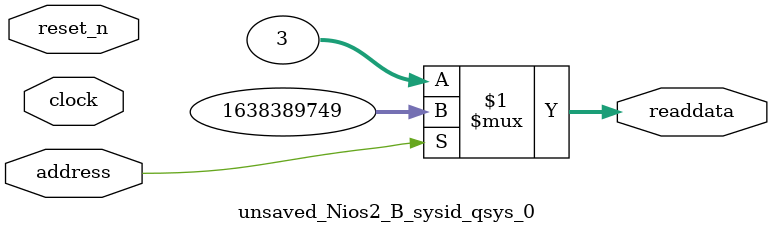
<source format=v>



// synthesis translate_off
`timescale 1ns / 1ps
// synthesis translate_on

// turn off superfluous verilog processor warnings 
// altera message_level Level1 
// altera message_off 10034 10035 10036 10037 10230 10240 10030 

module unsaved_Nios2_B_sysid_qsys_0 (
               // inputs:
                address,
                clock,
                reset_n,

               // outputs:
                readdata
             )
;

  output  [ 31: 0] readdata;
  input            address;
  input            clock;
  input            reset_n;

  wire    [ 31: 0] readdata;
  //control_slave, which is an e_avalon_slave
  assign readdata = address ? 1638389749 : 3;

endmodule



</source>
